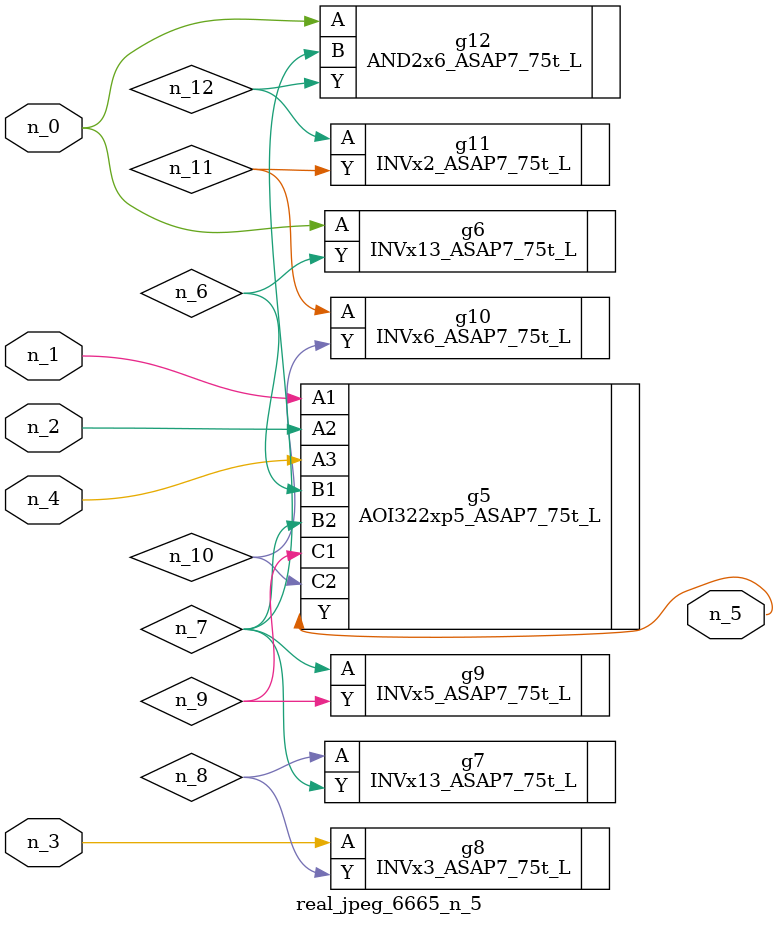
<source format=v>
module real_jpeg_6665_n_5 (n_4, n_0, n_1, n_2, n_3, n_5);

input n_4;
input n_0;
input n_1;
input n_2;
input n_3;

output n_5;

wire n_12;
wire n_8;
wire n_11;
wire n_6;
wire n_7;
wire n_10;
wire n_9;

INVx13_ASAP7_75t_L g6 ( 
.A(n_0),
.Y(n_6)
);

AND2x6_ASAP7_75t_L g12 ( 
.A(n_0),
.B(n_7),
.Y(n_12)
);

AOI322xp5_ASAP7_75t_L g5 ( 
.A1(n_1),
.A2(n_2),
.A3(n_4),
.B1(n_6),
.B2(n_7),
.C1(n_9),
.C2(n_10),
.Y(n_5)
);

INVx3_ASAP7_75t_L g8 ( 
.A(n_3),
.Y(n_8)
);

INVx5_ASAP7_75t_L g9 ( 
.A(n_7),
.Y(n_9)
);

INVx13_ASAP7_75t_L g7 ( 
.A(n_8),
.Y(n_7)
);

INVx6_ASAP7_75t_L g10 ( 
.A(n_11),
.Y(n_10)
);

INVx2_ASAP7_75t_L g11 ( 
.A(n_12),
.Y(n_11)
);


endmodule
</source>
